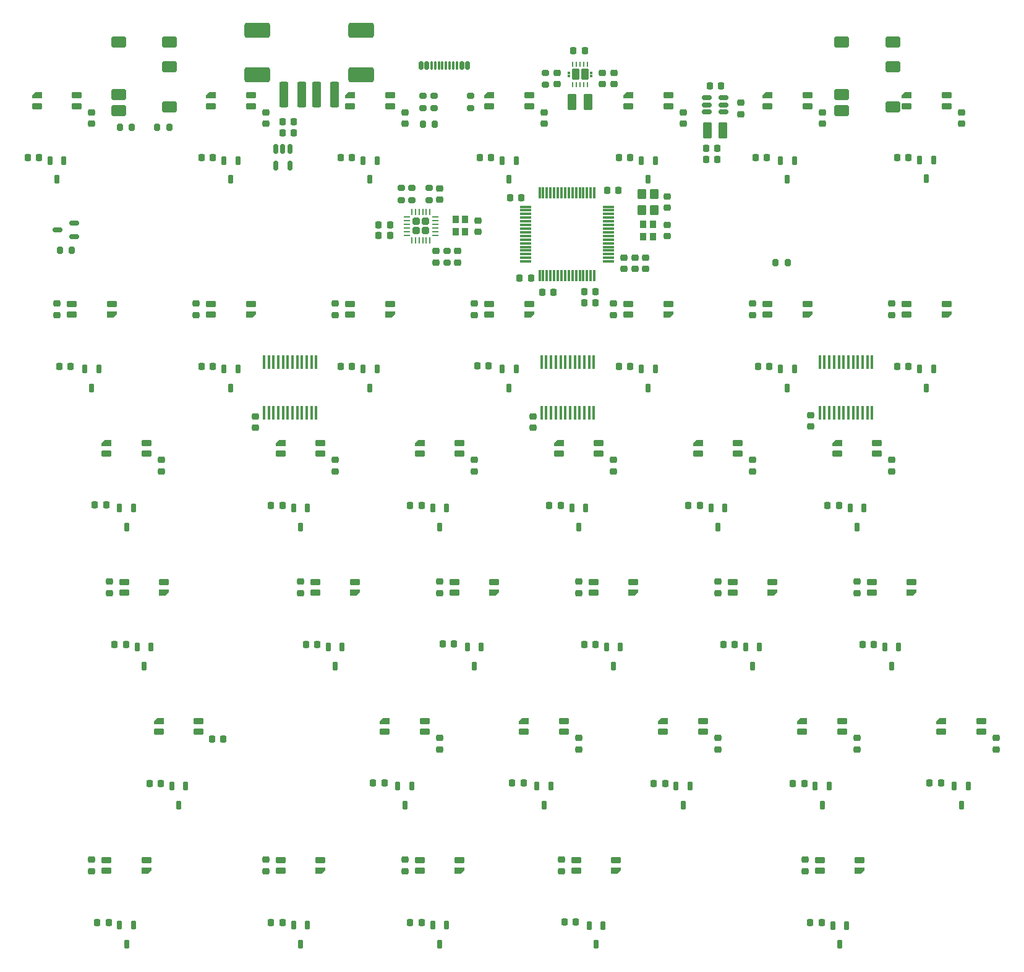
<source format=gbr>
%TF.GenerationSoftware,KiCad,Pcbnew,9.0.4*%
%TF.CreationDate,2025-09-14T10:53:09-05:00*%
%TF.ProjectId,shek-rounded,7368656b-2d72-46f7-956e-6465642e6b69,rev?*%
%TF.SameCoordinates,Original*%
%TF.FileFunction,Paste,Bot*%
%TF.FilePolarity,Positive*%
%FSLAX46Y46*%
G04 Gerber Fmt 4.6, Leading zero omitted, Abs format (unit mm)*
G04 Created by KiCad (PCBNEW 9.0.4) date 2025-09-14 10:53:09*
%MOMM*%
%LPD*%
G01*
G04 APERTURE LIST*
G04 Aperture macros list*
%AMRoundRect*
0 Rectangle with rounded corners*
0 $1 Rounding radius*
0 $2 $3 $4 $5 $6 $7 $8 $9 X,Y pos of 4 corners*
0 Add a 4 corners polygon primitive as box body*
4,1,4,$2,$3,$4,$5,$6,$7,$8,$9,$2,$3,0*
0 Add four circle primitives for the rounded corners*
1,1,$1+$1,$2,$3*
1,1,$1+$1,$4,$5*
1,1,$1+$1,$6,$7*
1,1,$1+$1,$8,$9*
0 Add four rect primitives between the rounded corners*
20,1,$1+$1,$2,$3,$4,$5,0*
20,1,$1+$1,$4,$5,$6,$7,0*
20,1,$1+$1,$6,$7,$8,$9,0*
20,1,$1+$1,$8,$9,$2,$3,0*%
%AMFreePoly0*
4,1,18,-0.410000,0.593000,-0.403758,0.624380,-0.385983,0.650983,-0.359380,0.668758,-0.328000,0.675000,0.328000,0.675000,0.359380,0.668758,0.385983,0.650983,0.403758,0.624380,0.410000,0.593000,0.410000,-0.593000,0.403758,-0.624380,0.385983,-0.650983,0.359380,-0.668758,0.328000,-0.675000,0.000000,-0.675000,-0.410000,-0.265000,-0.410000,0.593000,-0.410000,0.593000,$1*%
G04 Aperture macros list end*
%ADD10RoundRect,0.250000X-0.375000X-1.500000X0.375000X-1.500000X0.375000X1.500000X-0.375000X1.500000X0*%
%ADD11RoundRect,0.250000X-1.500000X-0.750000X1.500000X-0.750000X1.500000X0.750000X-1.500000X0.750000X0*%
%ADD12RoundRect,0.250000X-0.750000X-0.500000X0.750000X-0.500000X0.750000X0.500000X-0.750000X0.500000X0*%
%ADD13RoundRect,0.150000X-0.150000X-0.420000X0.150000X-0.420000X0.150000X0.420000X-0.150000X0.420000X0*%
%ADD14RoundRect,0.075000X-0.075000X-0.495000X0.075000X-0.495000X0.075000X0.495000X-0.075000X0.495000X0*%
%ADD15RoundRect,0.162500X0.162500X-0.447500X0.162500X0.447500X-0.162500X0.447500X-0.162500X-0.447500X0*%
%ADD16RoundRect,0.150000X-0.512500X-0.150000X0.512500X-0.150000X0.512500X0.150000X-0.512500X0.150000X0*%
%ADD17RoundRect,0.200000X0.275000X-0.200000X0.275000X0.200000X-0.275000X0.200000X-0.275000X-0.200000X0*%
%ADD18FreePoly0,90.000000*%
%ADD19RoundRect,0.082000X0.593000X-0.328000X0.593000X0.328000X-0.593000X0.328000X-0.593000X-0.328000X0*%
%ADD20FreePoly0,270.000000*%
%ADD21RoundRect,0.082000X-0.593000X0.328000X-0.593000X-0.328000X0.593000X-0.328000X0.593000X0.328000X0*%
%ADD22RoundRect,0.225000X0.250000X-0.225000X0.250000X0.225000X-0.250000X0.225000X-0.250000X-0.225000X0*%
%ADD23RoundRect,0.225000X0.225000X0.250000X-0.225000X0.250000X-0.225000X-0.250000X0.225000X-0.250000X0*%
%ADD24RoundRect,0.225000X-0.225000X-0.250000X0.225000X-0.250000X0.225000X0.250000X-0.225000X0.250000X0*%
%ADD25RoundRect,0.060000X0.060000X-0.240000X0.060000X0.240000X-0.060000X0.240000X-0.060000X-0.240000X0*%
%ADD26RoundRect,0.025000X0.145000X-0.100000X0.145000X0.100000X-0.145000X0.100000X-0.145000X-0.100000X0*%
%ADD27RoundRect,0.106000X0.424000X-0.644000X0.424000X0.644000X-0.424000X0.644000X-0.424000X-0.644000X0*%
%ADD28RoundRect,0.225000X-0.250000X0.225000X-0.250000X-0.225000X0.250000X-0.225000X0.250000X0.225000X0*%
%ADD29RoundRect,0.200000X-0.275000X0.200000X-0.275000X-0.200000X0.275000X-0.200000X0.275000X0.200000X0*%
%ADD30RoundRect,0.062500X0.375000X-0.062500X0.375000X0.062500X-0.375000X0.062500X-0.375000X-0.062500X0*%
%ADD31RoundRect,0.062500X0.062500X-0.375000X0.062500X0.375000X-0.062500X0.375000X-0.062500X-0.375000X0*%
%ADD32RoundRect,0.250000X0.255000X-0.255000X0.255000X0.255000X-0.255000X0.255000X-0.255000X-0.255000X0*%
%ADD33RoundRect,0.250000X-0.350000X0.450000X-0.350000X-0.450000X0.350000X-0.450000X0.350000X0.450000X0*%
%ADD34RoundRect,0.200000X-0.200000X-0.275000X0.200000X-0.275000X0.200000X0.275000X-0.200000X0.275000X0*%
%ADD35RoundRect,0.150000X0.512500X0.150000X-0.512500X0.150000X-0.512500X-0.150000X0.512500X-0.150000X0*%
%ADD36RoundRect,0.225000X-0.225000X0.325000X-0.225000X-0.325000X0.225000X-0.325000X0.225000X0.325000X0*%
%ADD37RoundRect,0.250000X0.375000X0.850000X-0.375000X0.850000X-0.375000X-0.850000X0.375000X-0.850000X0*%
%ADD38RoundRect,0.218750X-0.256250X0.218750X-0.256250X-0.218750X0.256250X-0.218750X0.256250X0.218750X0*%
%ADD39RoundRect,0.150000X-0.150000X0.512500X-0.150000X-0.512500X0.150000X-0.512500X0.150000X0.512500X0*%
%ADD40RoundRect,0.100000X-0.100000X0.850000X-0.100000X-0.850000X0.100000X-0.850000X0.100000X0.850000X0*%
%ADD41RoundRect,0.075000X0.075000X0.700000X-0.075000X0.700000X-0.075000X-0.700000X0.075000X-0.700000X0*%
%ADD42RoundRect,0.075000X0.700000X0.075000X-0.700000X0.075000X-0.700000X-0.075000X0.700000X-0.075000X0*%
%ADD43RoundRect,0.200000X0.200000X0.275000X-0.200000X0.275000X-0.200000X-0.275000X0.200000X-0.275000X0*%
G04 APERTURE END LIST*
D10*
%TO.C,J2*%
X326300000Y-61080000D03*
X328800000Y-61080000D03*
X330800000Y-61080000D03*
X333300000Y-61080000D03*
D11*
X322675000Y-58400000D03*
X336925000Y-58400000D03*
X322675000Y-52300000D03*
X336925000Y-52300000D03*
%TD*%
D12*
%TO.C,J5*%
X409700000Y-53900000D03*
X402700000Y-53900000D03*
X409700000Y-57300000D03*
X402700000Y-61100000D03*
X402700000Y-63300000D03*
X409700000Y-62800000D03*
%TD*%
%TO.C,J3*%
X310700000Y-53900000D03*
X303700000Y-53900000D03*
X310700000Y-57300000D03*
X303700000Y-61100000D03*
X303700000Y-63300000D03*
X310700000Y-62800000D03*
%TD*%
D13*
%TO.C,J1*%
X345100000Y-57090000D03*
X345900000Y-57090000D03*
D14*
X347050000Y-57090000D03*
X348050000Y-57090000D03*
X348550000Y-57090000D03*
X349550000Y-57090000D03*
D13*
X351500000Y-57090000D03*
X350700000Y-57090000D03*
D14*
X350050000Y-57090000D03*
X349050000Y-57090000D03*
X347550000Y-57090000D03*
X346550000Y-57090000D03*
%TD*%
D15*
%TO.C,U10*%
X376237500Y-72685000D03*
X377187500Y-70125000D03*
X375287500Y-70125000D03*
%TD*%
%TO.C,U7*%
X319087500Y-72685000D03*
X320037500Y-70125000D03*
X318137500Y-70125000D03*
%TD*%
%TO.C,U32*%
X311943750Y-158410000D03*
X312893750Y-155850000D03*
X310993750Y-155850000D03*
%TD*%
%TO.C,U8*%
X338137500Y-72685000D03*
X339087500Y-70125000D03*
X337187500Y-70125000D03*
%TD*%
%TO.C,U28*%
X352425000Y-139360000D03*
X353375000Y-136800000D03*
X351475000Y-136800000D03*
%TD*%
%TO.C,U41*%
X369093750Y-177460000D03*
X370043750Y-174950000D03*
X368143750Y-174950000D03*
%TD*%
%TO.C,U34*%
X361950000Y-158410000D03*
X362900000Y-155850000D03*
X361000000Y-155850000D03*
%TD*%
%TO.C,U22*%
X347662500Y-120310000D03*
X348612500Y-117750000D03*
X346712500Y-117750000D03*
%TD*%
%TO.C,U37*%
X419100000Y-158410000D03*
X420050000Y-155850000D03*
X418150000Y-155850000D03*
%TD*%
%TO.C,U30*%
X390525000Y-139360000D03*
X391475000Y-136800000D03*
X389575000Y-136800000D03*
%TD*%
%TO.C,U18*%
X395287500Y-101260000D03*
X396237500Y-98700000D03*
X394337500Y-98700000D03*
%TD*%
%TO.C,U35*%
X381000000Y-158410000D03*
X381950000Y-155850000D03*
X380050000Y-155850000D03*
%TD*%
%TO.C,U9*%
X357187500Y-72685000D03*
X358137500Y-70125000D03*
X356237500Y-70125000D03*
%TD*%
%TO.C,U38*%
X304800000Y-177460000D03*
X305750000Y-174900000D03*
X303850000Y-174900000D03*
%TD*%
%TO.C,U12*%
X414337500Y-72622500D03*
X415287500Y-70062500D03*
X413387500Y-70062500D03*
%TD*%
%TO.C,U6*%
X295275000Y-72685000D03*
X296225000Y-70125000D03*
X294325000Y-70125000D03*
%TD*%
%TO.C,U40*%
X347662500Y-177460000D03*
X348612500Y-174900000D03*
X346712500Y-174900000D03*
%TD*%
%TO.C,U29*%
X371475000Y-139360000D03*
X372425000Y-136800000D03*
X370525000Y-136800000D03*
%TD*%
%TO.C,U11*%
X395287500Y-72685000D03*
X396237500Y-70125000D03*
X394337500Y-70125000D03*
%TD*%
%TO.C,U19*%
X414337500Y-101260000D03*
X415287500Y-98700000D03*
X413387500Y-98700000D03*
%TD*%
%TO.C,U31*%
X409575000Y-139360000D03*
X410525000Y-136800000D03*
X408625000Y-136800000D03*
%TD*%
%TO.C,U20*%
X304800000Y-120310000D03*
X305750000Y-117750000D03*
X303850000Y-117750000D03*
%TD*%
%TO.C,U39*%
X328612500Y-177460000D03*
X329562500Y-174900000D03*
X327662500Y-174900000D03*
%TD*%
%TO.C,U33*%
X342900000Y-158410000D03*
X343850000Y-155850000D03*
X341950000Y-155850000D03*
%TD*%
%TO.C,U21*%
X328612500Y-120310000D03*
X329562500Y-117750000D03*
X327662500Y-117750000D03*
%TD*%
%TO.C,U13*%
X300037500Y-101260000D03*
X300987500Y-98700000D03*
X299087500Y-98700000D03*
%TD*%
%TO.C,U23*%
X366712500Y-120310000D03*
X367662500Y-117750000D03*
X365762500Y-117750000D03*
%TD*%
%TO.C,U17*%
X376237500Y-101260000D03*
X377187500Y-98700000D03*
X375287500Y-98700000D03*
%TD*%
%TO.C,U36*%
X400050000Y-158410000D03*
X401000000Y-155850000D03*
X399100000Y-155850000D03*
%TD*%
%TO.C,U14*%
X319087500Y-101260000D03*
X320037500Y-98700000D03*
X318137500Y-98700000D03*
%TD*%
%TO.C,U15*%
X338137500Y-101260000D03*
X339087500Y-98700000D03*
X337187500Y-98700000D03*
%TD*%
%TO.C,U16*%
X357187500Y-101260000D03*
X358137500Y-98700000D03*
X356237500Y-98700000D03*
%TD*%
%TO.C,U42*%
X402431250Y-177522500D03*
X403381250Y-174962500D03*
X401481250Y-174962500D03*
%TD*%
%TO.C,U25*%
X404812500Y-120310000D03*
X405762500Y-117750000D03*
X403862500Y-117750000D03*
%TD*%
%TO.C,U27*%
X333375000Y-139360000D03*
X334325000Y-136800000D03*
X332425000Y-136800000D03*
%TD*%
%TO.C,U24*%
X385762500Y-120310000D03*
X386712500Y-117750000D03*
X384812500Y-117750000D03*
%TD*%
%TO.C,U26*%
X307181250Y-139360000D03*
X308131250Y-136800000D03*
X306231250Y-136800000D03*
%TD*%
D16*
%TO.C,U4*%
X386557500Y-63440000D03*
X386557500Y-62490000D03*
X386557500Y-61540000D03*
X384282500Y-61540000D03*
X384282500Y-62490000D03*
X384282500Y-63440000D03*
%TD*%
D17*
%TO.C,R8*%
X342400000Y-73875000D03*
X342400000Y-75525000D03*
%TD*%
D18*
%TO.C,LED20*%
X412300000Y-129337500D03*
D19*
X412300000Y-127837500D03*
X406850000Y-129337500D03*
X406850000Y-127837500D03*
%TD*%
D20*
%TO.C,LED4*%
X335412500Y-61162500D03*
D21*
X335412500Y-62662500D03*
X340862500Y-61162500D03*
X340862500Y-62662500D03*
%TD*%
D20*
%TO.C,LED17*%
X344937500Y-108787500D03*
D21*
X344937500Y-110287500D03*
X350387500Y-108787500D03*
X350387500Y-110287500D03*
%TD*%
D22*
%TO.C,C72*%
X366712808Y-127812608D03*
X366712808Y-129362608D03*
%TD*%
%TO.C,C11*%
X369953362Y-58124116D03*
X369953362Y-59674116D03*
%TD*%
D23*
%TO.C,C100*%
X398418750Y-174500000D03*
X399968750Y-174500000D03*
%TD*%
D22*
%TO.C,C30*%
X361950000Y-63518750D03*
X361950000Y-65068750D03*
%TD*%
D18*
%TO.C,LED36*%
X307525000Y-167437500D03*
D19*
X307525000Y-165937500D03*
X302075000Y-167437500D03*
X302075000Y-165937500D03*
%TD*%
D22*
%TO.C,C59*%
X390525000Y-111143750D03*
X390525000Y-112693750D03*
%TD*%
D24*
%TO.C,C21*%
X369000000Y-89600000D03*
X367450000Y-89600000D03*
%TD*%
D18*
%TO.C,LED35*%
X331337500Y-167437500D03*
D19*
X331337500Y-165937500D03*
X325887500Y-167437500D03*
X325887500Y-165937500D03*
%TD*%
D25*
%TO.C,U3*%
X367900000Y-56925000D03*
X367400000Y-56925000D03*
X366900000Y-56925000D03*
X366400000Y-56925000D03*
X365900000Y-56925000D03*
X365900000Y-59725000D03*
X366400000Y-59725000D03*
X366900000Y-59725000D03*
X367400000Y-59725000D03*
X367900000Y-59725000D03*
D26*
X368430000Y-58075000D03*
X365370000Y-58075000D03*
D27*
X367530000Y-58325000D03*
X366270000Y-58325000D03*
D26*
X368430000Y-58575000D03*
X365370000Y-58575000D03*
%TD*%
D23*
%TO.C,C93*%
X307931250Y-155450000D03*
X309481250Y-155450000D03*
%TD*%
D22*
%TO.C,C47*%
X295275000Y-89712500D03*
X295275000Y-91262500D03*
%TD*%
%TO.C,C45*%
X333375000Y-89712500D03*
X333375000Y-91262500D03*
%TD*%
%TO.C,C1*%
X352900000Y-78325000D03*
X352900000Y-79875000D03*
%TD*%
D23*
%TO.C,C49*%
X410325000Y-98300000D03*
X411875000Y-98300000D03*
%TD*%
%TO.C,C90*%
X338553410Y-155376693D03*
X340103410Y-155376693D03*
%TD*%
D28*
%TO.C,C56*%
X360437496Y-106737504D03*
X360437496Y-105187504D03*
%TD*%
D23*
%TO.C,C92*%
X376987500Y-155450000D03*
X378537500Y-155450000D03*
%TD*%
D18*
%TO.C,LED22*%
X374200000Y-129337500D03*
D19*
X374200000Y-127837500D03*
X368750000Y-129337500D03*
X368750000Y-127837500D03*
%TD*%
D22*
%TO.C,C95*%
X364331250Y-165912500D03*
X364331250Y-167462500D03*
%TD*%
%TO.C,C43*%
X371475000Y-89712500D03*
X371475000Y-91262500D03*
%TD*%
D18*
%TO.C,LED9*%
X378962500Y-91237500D03*
D19*
X378962500Y-89737500D03*
X373512500Y-91237500D03*
X373512500Y-89737500D03*
%TD*%
D23*
%TO.C,C65*%
X400800000Y-117350000D03*
X402350000Y-117350000D03*
%TD*%
D18*
%TO.C,LED10*%
X359912500Y-91237500D03*
D19*
X359912500Y-89737500D03*
X354462500Y-91237500D03*
X354462500Y-89737500D03*
%TD*%
D28*
%TO.C,C55*%
X398500000Y-106575000D03*
X398500000Y-105025000D03*
%TD*%
D23*
%TO.C,C77*%
X405562500Y-136400000D03*
X407112500Y-136400000D03*
%TD*%
D18*
%TO.C,LED23*%
X355150000Y-129337500D03*
D19*
X355150000Y-127837500D03*
X349700000Y-129337500D03*
X349700000Y-127837500D03*
%TD*%
D23*
%TO.C,C88*%
X414753442Y-155376693D03*
X416303442Y-155376693D03*
%TD*%
D20*
%TO.C,LED16*%
X363987500Y-108787500D03*
D21*
X363987500Y-110287500D03*
X369437500Y-108787500D03*
X369437500Y-110287500D03*
%TD*%
D23*
%TO.C,C38*%
X334125000Y-69725000D03*
X335675000Y-69725000D03*
%TD*%
D29*
%TO.C,R9*%
X362153362Y-59724116D03*
X362153362Y-58074116D03*
%TD*%
D22*
%TO.C,C27*%
X419100000Y-63518750D03*
X419100000Y-65068750D03*
%TD*%
%TO.C,C86*%
X366712808Y-149243876D03*
X366712808Y-150793876D03*
%TD*%
D23*
%TO.C,C34*%
X410325000Y-69725000D03*
X411875000Y-69725000D03*
%TD*%
D28*
%TO.C,C22*%
X372900000Y-84975000D03*
X372900000Y-83425000D03*
%TD*%
D20*
%TO.C,LED31*%
X309218750Y-146887500D03*
D21*
X309218750Y-148387500D03*
X314668750Y-146887500D03*
X314668750Y-148387500D03*
%TD*%
D23*
%TO.C,C91*%
X396037500Y-155450000D03*
X397587500Y-155450000D03*
%TD*%
D22*
%TO.C,C9*%
X363753362Y-58124116D03*
X363753362Y-59674116D03*
%TD*%
D24*
%TO.C,C15*%
X385715000Y-68460000D03*
X384165000Y-68460000D03*
%TD*%
D22*
%TO.C,C26*%
X378800000Y-75025000D03*
X378800000Y-76575000D03*
%TD*%
D20*
%TO.C,LED5*%
X316362500Y-61162500D03*
D21*
X316362500Y-62662500D03*
X321812500Y-61162500D03*
X321812500Y-62662500D03*
%TD*%
D29*
%TO.C,R6*%
X346200000Y-75525000D03*
X346200000Y-73875000D03*
%TD*%
D22*
%TO.C,C58*%
X409575000Y-111143750D03*
X409575000Y-112693750D03*
%TD*%
%TO.C,C31*%
X342900000Y-63518750D03*
X342900000Y-65068750D03*
%TD*%
D23*
%TO.C,C101*%
X343650000Y-174500000D03*
X345200000Y-174500000D03*
%TD*%
D30*
%TO.C,U1*%
X347037500Y-80350000D03*
X347037500Y-79850000D03*
X347037500Y-79350000D03*
X347037500Y-78850000D03*
X347037500Y-78350000D03*
X347037500Y-77850000D03*
D31*
X346350000Y-77162500D03*
X345850000Y-77162500D03*
X345350000Y-77162500D03*
X344850000Y-77162500D03*
X344350000Y-77162500D03*
X343850000Y-77162500D03*
D30*
X343162500Y-77850000D03*
X343162500Y-78350000D03*
X343162500Y-78850000D03*
X343162500Y-79350000D03*
X343162500Y-79850000D03*
X343162500Y-80350000D03*
D31*
X343850000Y-81037500D03*
X344350000Y-81037500D03*
X344850000Y-81037500D03*
X345350000Y-81037500D03*
X345850000Y-81037500D03*
X346350000Y-81037500D03*
D32*
X345725000Y-78475000D03*
X344475000Y-78475000D03*
X345725000Y-79725000D03*
X344475000Y-79725000D03*
%TD*%
D23*
%TO.C,C81*%
X303168750Y-136400000D03*
X304718750Y-136400000D03*
%TD*%
D22*
%TO.C,C32*%
X323850000Y-63518750D03*
X323850000Y-65068750D03*
%TD*%
D23*
%TO.C,C54*%
X295562500Y-98300000D03*
X297112500Y-98300000D03*
%TD*%
D22*
%TO.C,C96*%
X342900288Y-165912640D03*
X342900288Y-167462640D03*
%TD*%
D29*
%TO.C,R1*%
X345400000Y-62925000D03*
X345400000Y-61275000D03*
%TD*%
D20*
%TO.C,LED1*%
X392562500Y-61162500D03*
D21*
X392562500Y-62662500D03*
X398012500Y-61162500D03*
X398012500Y-62662500D03*
%TD*%
D23*
%TO.C,C67*%
X362700000Y-117350000D03*
X364250000Y-117350000D03*
%TD*%
D18*
%TO.C,LED13*%
X302762500Y-91237500D03*
D19*
X302762500Y-89737500D03*
X297312500Y-91237500D03*
X297312500Y-89737500D03*
%TD*%
D20*
%TO.C,LED27*%
X397325000Y-146887500D03*
D21*
X397325000Y-148387500D03*
X402775000Y-146887500D03*
X402775000Y-148387500D03*
%TD*%
D33*
%TO.C,Y3*%
X375350000Y-74700000D03*
X375350000Y-76900000D03*
X377050000Y-76900000D03*
X377050000Y-74700000D03*
%TD*%
D23*
%TO.C,C89*%
X357603426Y-155376693D03*
X359153426Y-155376693D03*
%TD*%
D34*
%TO.C,R10*%
X395310000Y-84120000D03*
X393660000Y-84120000D03*
%TD*%
D22*
%TO.C,C10*%
X371553362Y-58124116D03*
X371553362Y-59674116D03*
%TD*%
D35*
%TO.C,Q1*%
X295362500Y-79600000D03*
X297637500Y-80550000D03*
X297637500Y-78650000D03*
%TD*%
D22*
%TO.C,C28*%
X400050000Y-63518750D03*
X400050000Y-65068750D03*
%TD*%
D36*
%TO.C,Y2*%
X375550000Y-78850000D03*
X375550000Y-80550000D03*
X376850000Y-80550000D03*
X376850000Y-78850000D03*
%TD*%
D37*
%TO.C,L1*%
X365825000Y-62100000D03*
X367975000Y-62100000D03*
%TD*%
D22*
%TO.C,C74*%
X328612776Y-127812608D03*
X328612776Y-129362608D03*
%TD*%
D29*
%TO.C,R5*%
X348650000Y-84135000D03*
X348650000Y-82485000D03*
%TD*%
D18*
%TO.C,LED7*%
X417062500Y-91237500D03*
D19*
X417062500Y-89737500D03*
X411612500Y-91237500D03*
X411612500Y-89737500D03*
%TD*%
D23*
%TO.C,C68*%
X343650000Y-117350000D03*
X345200000Y-117350000D03*
%TD*%
D18*
%TO.C,LED25*%
X309906250Y-129337500D03*
D19*
X309906250Y-127837500D03*
X304456250Y-129337500D03*
X304456250Y-127837500D03*
%TD*%
D18*
%TO.C,LED34*%
X350387500Y-167437500D03*
D19*
X350387500Y-165937500D03*
X344937500Y-167437500D03*
X344937500Y-165937500D03*
%TD*%
D18*
%TO.C,LED11*%
X340862500Y-91237500D03*
D19*
X340862500Y-89737500D03*
X335412500Y-91237500D03*
X335412500Y-89737500D03*
%TD*%
D29*
%TO.C,R4*%
X351900000Y-62925000D03*
X351900000Y-61275000D03*
%TD*%
D34*
%TO.C,R12*%
X305550000Y-65600000D03*
X303900000Y-65600000D03*
%TD*%
D23*
%TO.C,C102*%
X324600000Y-174500000D03*
X326150000Y-174500000D03*
%TD*%
D20*
%TO.C,LED29*%
X359225000Y-146887500D03*
D21*
X359225000Y-148387500D03*
X364675000Y-146887500D03*
X364675000Y-148387500D03*
%TD*%
D20*
%TO.C,LED15*%
X383037500Y-108787500D03*
D21*
X383037500Y-110287500D03*
X388487500Y-108787500D03*
X388487500Y-110287500D03*
%TD*%
D18*
%TO.C,LED33*%
X371818750Y-167437500D03*
D19*
X371818750Y-165937500D03*
X366368750Y-167437500D03*
X366368750Y-165937500D03*
%TD*%
D23*
%TO.C,C5*%
X339325000Y-80400000D03*
X340875000Y-80400000D03*
%TD*%
%TO.C,C64*%
X300453374Y-117276661D03*
X302003374Y-117276661D03*
%TD*%
D20*
%TO.C,LED2*%
X373512500Y-61162500D03*
D21*
X373512500Y-62662500D03*
X378962500Y-61162500D03*
X378962500Y-62662500D03*
%TD*%
D36*
%TO.C,Y1*%
X349850000Y-78200000D03*
X349850000Y-79900000D03*
X351150000Y-79900000D03*
X351150000Y-78200000D03*
%TD*%
D23*
%TO.C,C76*%
X348078418Y-136326677D03*
X349628418Y-136326677D03*
%TD*%
%TO.C,C51*%
X372225000Y-98290000D03*
X373775000Y-98290000D03*
%TD*%
D28*
%TO.C,C3*%
X350150000Y-84085000D03*
X350150000Y-82535000D03*
%TD*%
D24*
%TO.C,C16*%
X386195000Y-59890000D03*
X384645000Y-59890000D03*
%TD*%
D18*
%TO.C,LED8*%
X398012500Y-91237500D03*
D19*
X398012500Y-89737500D03*
X392562500Y-91237500D03*
X392562500Y-89737500D03*
%TD*%
D38*
%TO.C,FB1*%
X375899999Y-84987500D03*
X375899999Y-83412500D03*
%TD*%
D39*
%TO.C,U2*%
X325250000Y-70837500D03*
X327150000Y-70837500D03*
X327150000Y-68562500D03*
X326200000Y-68562500D03*
X325250000Y-68562500D03*
%TD*%
D40*
%TO.C,U44*%
X361625000Y-104700000D03*
X362275000Y-104700000D03*
X362925000Y-104700000D03*
X363575000Y-104700000D03*
X364225000Y-104700000D03*
X364875000Y-104700000D03*
X365525000Y-104700000D03*
X366175000Y-104700000D03*
X366825000Y-104700000D03*
X367475000Y-104700000D03*
X368125000Y-104700000D03*
X368775000Y-104700000D03*
X368775000Y-97700000D03*
X368125000Y-97700000D03*
X367475000Y-97700000D03*
X366825000Y-97700000D03*
X366175000Y-97700000D03*
X365525000Y-97700000D03*
X364875000Y-97700000D03*
X364225000Y-97700000D03*
X363575000Y-97700000D03*
X362925000Y-97700000D03*
X362275000Y-97700000D03*
X361625000Y-97700000D03*
%TD*%
D17*
%TO.C,R7*%
X343900000Y-73875000D03*
X343900000Y-75525000D03*
%TD*%
D22*
%TO.C,C4*%
X347700000Y-73925000D03*
X347700000Y-75475000D03*
%TD*%
%TO.C,C75*%
X302419004Y-127812608D03*
X302419004Y-129362608D03*
%TD*%
D18*
%TO.C,LED21*%
X393250000Y-129337500D03*
D19*
X393250000Y-127837500D03*
X387800000Y-129337500D03*
X387800000Y-127837500D03*
%TD*%
D22*
%TO.C,C42*%
X390525328Y-89712576D03*
X390525328Y-91262576D03*
%TD*%
D23*
%TO.C,C17*%
X358625000Y-86200000D03*
X360175000Y-86200000D03*
%TD*%
D28*
%TO.C,C2*%
X347150000Y-84085000D03*
X347150000Y-82535000D03*
%TD*%
%TO.C,C13*%
X388920000Y-63765000D03*
X388920000Y-62215000D03*
%TD*%
D41*
%TO.C,U5*%
X368850000Y-74525000D03*
X368350000Y-74525000D03*
X367850000Y-74525000D03*
X367350000Y-74525000D03*
X366850000Y-74525000D03*
X366350000Y-74525000D03*
X365850000Y-74525000D03*
X365350000Y-74525000D03*
X364850000Y-74525000D03*
X364350000Y-74525000D03*
X363850000Y-74525000D03*
X363350000Y-74525000D03*
X362850000Y-74525000D03*
X362350000Y-74525000D03*
X361850000Y-74525000D03*
X361350000Y-74525000D03*
D42*
X359425000Y-76450000D03*
X359425000Y-76950000D03*
X359425000Y-77450000D03*
X359425000Y-77950000D03*
X359425000Y-78450000D03*
X359425000Y-78950000D03*
X359425000Y-79450000D03*
X359425000Y-79950000D03*
X359425000Y-80450000D03*
X359425000Y-80950000D03*
X359425000Y-81450000D03*
X359425000Y-81950000D03*
X359425000Y-82450000D03*
X359425000Y-82950000D03*
X359425000Y-83450000D03*
X359425000Y-83950000D03*
D41*
X361350000Y-85875000D03*
X361850000Y-85875000D03*
X362350000Y-85875000D03*
X362850000Y-85875000D03*
X363350000Y-85875000D03*
X363850000Y-85875000D03*
X364350000Y-85875000D03*
X364850000Y-85875000D03*
X365350000Y-85875000D03*
X365850000Y-85875000D03*
X366350000Y-85875000D03*
X366850000Y-85875000D03*
X367350000Y-85875000D03*
X367850000Y-85875000D03*
X368350000Y-85875000D03*
X368850000Y-85875000D03*
D42*
X370775000Y-83950000D03*
X370775000Y-83450000D03*
X370775000Y-82950000D03*
X370775000Y-82450000D03*
X370775000Y-81950000D03*
X370775000Y-81450000D03*
X370775000Y-80950000D03*
X370775000Y-80450000D03*
X370775000Y-79950000D03*
X370775000Y-79450000D03*
X370775000Y-78950000D03*
X370775000Y-78450000D03*
X370775000Y-77950000D03*
X370775000Y-77450000D03*
X370775000Y-76950000D03*
X370775000Y-76450000D03*
%TD*%
D23*
%TO.C,C99*%
X364747206Y-174426709D03*
X366297206Y-174426709D03*
%TD*%
%TO.C,C36*%
X372225000Y-69725000D03*
X373775000Y-69725000D03*
%TD*%
D22*
%TO.C,C63*%
X309562760Y-111143844D03*
X309562760Y-112693844D03*
%TD*%
D23*
%TO.C,C103*%
X300787500Y-174500000D03*
X302337500Y-174500000D03*
%TD*%
D40*
%TO.C,U43*%
X399725000Y-104700000D03*
X400375000Y-104700000D03*
X401025000Y-104700000D03*
X401675000Y-104700000D03*
X402325000Y-104700000D03*
X402975000Y-104700000D03*
X403625000Y-104700000D03*
X404275000Y-104700000D03*
X404925000Y-104700000D03*
X405575000Y-104700000D03*
X406225000Y-104700000D03*
X406875000Y-104700000D03*
X406875000Y-97700000D03*
X406225000Y-97700000D03*
X405575000Y-97700000D03*
X404925000Y-97700000D03*
X404275000Y-97700000D03*
X403625000Y-97700000D03*
X402975000Y-97700000D03*
X402325000Y-97700000D03*
X401675000Y-97700000D03*
X401025000Y-97700000D03*
X400375000Y-97700000D03*
X399725000Y-97700000D03*
%TD*%
D24*
%TO.C,C19*%
X372150000Y-74200000D03*
X370600000Y-74200000D03*
%TD*%
D23*
%TO.C,C52*%
X334125000Y-98300000D03*
X335675000Y-98300000D03*
%TD*%
D20*
%TO.C,LED26*%
X416375000Y-146887500D03*
D21*
X416375000Y-148387500D03*
X421825000Y-146887500D03*
X421825000Y-148387500D03*
%TD*%
D23*
%TO.C,C78*%
X386512500Y-136400000D03*
X388062500Y-136400000D03*
%TD*%
D20*
%TO.C,LED19*%
X302075000Y-108787500D03*
D21*
X302075000Y-110287500D03*
X307525000Y-108787500D03*
X307525000Y-110287500D03*
%TD*%
D22*
%TO.C,C46*%
X314325000Y-89712500D03*
X314325000Y-91262500D03*
%TD*%
D23*
%TO.C,C6*%
X339325000Y-78900000D03*
X340875000Y-78900000D03*
%TD*%
%TO.C,C20*%
X357325000Y-75199999D03*
X358875000Y-75199999D03*
%TD*%
D18*
%TO.C,LED24*%
X336100000Y-129337500D03*
D19*
X336100000Y-127837500D03*
X330650000Y-129337500D03*
X330650000Y-127837500D03*
%TD*%
D23*
%TO.C,C37*%
X353175000Y-69725000D03*
X354725000Y-69725000D03*
%TD*%
%TO.C,C69*%
X324600000Y-117350000D03*
X326150000Y-117350000D03*
%TD*%
%TO.C,C80*%
X329362500Y-136400000D03*
X330912500Y-136400000D03*
%TD*%
D24*
%TO.C,C14*%
X385715000Y-69960000D03*
X384165000Y-69960000D03*
%TD*%
D22*
%TO.C,C97*%
X323850272Y-165912640D03*
X323850272Y-167462640D03*
%TD*%
D24*
%TO.C,C7*%
X327675000Y-66300000D03*
X326125000Y-66300000D03*
%TD*%
D23*
%TO.C,C79*%
X367462500Y-136400000D03*
X369012500Y-136400000D03*
%TD*%
%TO.C,C39*%
X315075000Y-69725000D03*
X316625000Y-69725000D03*
%TD*%
%TO.C,C35*%
X390940625Y-69725000D03*
X392490625Y-69725000D03*
%TD*%
%TO.C,C53*%
X315075000Y-98300000D03*
X316625000Y-98300000D03*
%TD*%
%TO.C,C40*%
X291262500Y-69725000D03*
X292812500Y-69725000D03*
%TD*%
D20*
%TO.C,LED6*%
X292550000Y-61162500D03*
D21*
X292550000Y-62662500D03*
X298000000Y-61162500D03*
X298000000Y-62662500D03*
%TD*%
D20*
%TO.C,LED14*%
X402087500Y-108787500D03*
D21*
X402087500Y-110287500D03*
X407537500Y-108787500D03*
X407537500Y-110287500D03*
%TD*%
D22*
%TO.C,C29*%
X381000000Y-63518750D03*
X381000000Y-65068750D03*
%TD*%
D24*
%TO.C,C12*%
X367528362Y-55099116D03*
X365978362Y-55099116D03*
%TD*%
D22*
%TO.C,C33*%
X300037500Y-63518750D03*
X300037500Y-65068750D03*
%TD*%
%TO.C,C41*%
X409575344Y-89712576D03*
X409575344Y-91262576D03*
%TD*%
D28*
%TO.C,C23*%
X374399999Y-84975000D03*
X374399999Y-83425000D03*
%TD*%
D22*
%TO.C,C44*%
X352425000Y-89712500D03*
X352425000Y-91262500D03*
%TD*%
D43*
%TO.C,R2*%
X345375000Y-65100000D03*
X347025000Y-65100000D03*
%TD*%
D22*
%TO.C,C60*%
X371475000Y-111143750D03*
X371475000Y-112693750D03*
%TD*%
%TO.C,C98*%
X300037752Y-165912640D03*
X300037752Y-167462640D03*
%TD*%
%TO.C,C87*%
X347662792Y-149243876D03*
X347662792Y-150793876D03*
%TD*%
D23*
%TO.C,C48*%
X352840922Y-98226645D03*
X354390922Y-98226645D03*
%TD*%
D29*
%TO.C,R3*%
X346900000Y-62925000D03*
X346900000Y-61275000D03*
%TD*%
D22*
%TO.C,C94*%
X397668750Y-165912500D03*
X397668750Y-167462500D03*
%TD*%
D24*
%TO.C,C18*%
X369000000Y-88100000D03*
X367450000Y-88100000D03*
%TD*%
D20*
%TO.C,LED3*%
X354462500Y-61162500D03*
D21*
X354462500Y-62662500D03*
X359912500Y-61162500D03*
X359912500Y-62662500D03*
%TD*%
D20*
%TO.C,LED30*%
X340175000Y-146887500D03*
D21*
X340175000Y-148387500D03*
X345625000Y-146887500D03*
X345625000Y-148387500D03*
%TD*%
D22*
%TO.C,C73*%
X347662792Y-127812608D03*
X347662792Y-129362608D03*
%TD*%
%TO.C,C71*%
X385762824Y-127812608D03*
X385762824Y-129362608D03*
%TD*%
D37*
%TO.C,L2*%
X384325000Y-66000000D03*
X386475000Y-66000000D03*
%TD*%
D22*
%TO.C,C84*%
X404812840Y-149243876D03*
X404812840Y-150793876D03*
%TD*%
D20*
%TO.C,LED18*%
X325887500Y-108787500D03*
D21*
X325887500Y-110287500D03*
X331337500Y-108787500D03*
X331337500Y-110287500D03*
%TD*%
D18*
%TO.C,LED12*%
X321812500Y-91237500D03*
D19*
X321812500Y-89737500D03*
X316362500Y-91237500D03*
X316362500Y-89737500D03*
%TD*%
D34*
%TO.C,R13*%
X297325000Y-82400000D03*
X295675000Y-82400000D03*
%TD*%
D23*
%TO.C,C82*%
X316526829Y-149423563D03*
X318076829Y-149423563D03*
%TD*%
D22*
%TO.C,C62*%
X333375280Y-111143844D03*
X333375280Y-112693844D03*
%TD*%
D43*
%TO.C,R11*%
X309000000Y-65600000D03*
X310650000Y-65600000D03*
%TD*%
D22*
%TO.C,C83*%
X423862856Y-149243876D03*
X423862856Y-150793876D03*
%TD*%
D40*
%TO.C,U45*%
X323625000Y-104700000D03*
X324275000Y-104700000D03*
X324925000Y-104700000D03*
X325575000Y-104700000D03*
X326225000Y-104700000D03*
X326875000Y-104700000D03*
X327525000Y-104700000D03*
X328175000Y-104700000D03*
X328825000Y-104700000D03*
X329475000Y-104700000D03*
X330125000Y-104700000D03*
X330775000Y-104700000D03*
X330775000Y-97700000D03*
X330125000Y-97700000D03*
X329475000Y-97700000D03*
X328825000Y-97700000D03*
X328175000Y-97700000D03*
X327525000Y-97700000D03*
X326875000Y-97700000D03*
X326225000Y-97700000D03*
X325575000Y-97700000D03*
X324925000Y-97700000D03*
X324275000Y-97700000D03*
X323625000Y-97700000D03*
%TD*%
D20*
%TO.C,LED0*%
X411612500Y-61162500D03*
D21*
X411612500Y-62662500D03*
X417062500Y-61162500D03*
X417062500Y-62662500D03*
%TD*%
D23*
%TO.C,C25*%
X361725000Y-88200000D03*
X363275000Y-88200000D03*
%TD*%
D20*
%TO.C,LED28*%
X378275000Y-146887500D03*
D21*
X378275000Y-148387500D03*
X383725000Y-146887500D03*
X383725000Y-148387500D03*
%TD*%
D22*
%TO.C,C85*%
X385762824Y-149243876D03*
X385762824Y-150793876D03*
%TD*%
D23*
%TO.C,C50*%
X391275000Y-98300000D03*
X392825000Y-98300000D03*
%TD*%
D22*
%TO.C,C61*%
X352425296Y-111143844D03*
X352425296Y-112693844D03*
%TD*%
D23*
%TO.C,C66*%
X381750000Y-117350000D03*
X383300000Y-117350000D03*
%TD*%
D18*
%TO.C,LED32*%
X405156250Y-167437500D03*
D19*
X405156250Y-165937500D03*
X399706250Y-167437500D03*
X399706250Y-165937500D03*
%TD*%
D24*
%TO.C,C8*%
X327675000Y-64800000D03*
X326125000Y-64800000D03*
%TD*%
D22*
%TO.C,C24*%
X378800000Y-78925000D03*
X378800000Y-80475000D03*
%TD*%
%TO.C,C70*%
X404812840Y-127812608D03*
X404812840Y-129362608D03*
%TD*%
D28*
%TO.C,C57*%
X322437496Y-106737504D03*
X322437496Y-105187504D03*
%TD*%
M02*

</source>
